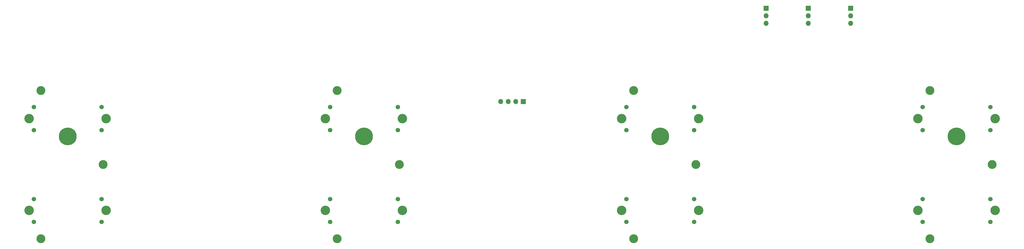
<source format=gbr>
%TF.GenerationSoftware,KiCad,Pcbnew,8.0.8*%
%TF.CreationDate,2025-02-14T17:31:39-08:00*%
%TF.ProjectId,ClockProject,436c6f63-6b50-4726-9f6a-6563742e6b69,rev?*%
%TF.SameCoordinates,Original*%
%TF.FileFunction,Soldermask,Top*%
%TF.FilePolarity,Negative*%
%FSLAX46Y46*%
G04 Gerber Fmt 4.6, Leading zero omitted, Abs format (unit mm)*
G04 Created by KiCad (PCBNEW 8.0.8) date 2025-02-14 17:31:39*
%MOMM*%
%LPD*%
G01*
G04 APERTURE LIST*
%ADD10R,1.700000X1.700000*%
%ADD11O,1.700000X1.700000*%
%ADD12C,2.999740*%
%ADD13C,3.200000*%
%ADD14C,5.999987*%
%ADD15C,1.511200*%
G04 APERTURE END LIST*
D10*
%TO.C,J11*%
X384906940Y-137342650D03*
D11*
X384906940Y-139882650D03*
X384906940Y-142422650D03*
%TD*%
D10*
%TO.C,J9*%
X288656940Y-168842650D03*
D11*
X286116940Y-168842650D03*
X283576940Y-168842650D03*
X281036940Y-168842650D03*
%TD*%
D12*
%TO.C,M3*%
X325906865Y-165093572D03*
D13*
X347906940Y-174593332D03*
X321906940Y-174593332D03*
D14*
X334906940Y-180592650D03*
D12*
X346907840Y-190094791D03*
D13*
X347906940Y-205593332D03*
X321906940Y-205593332D03*
D12*
X325906865Y-215093472D03*
D15*
X346336340Y-170714591D03*
X346336340Y-178474291D03*
X323476340Y-178474291D03*
X323476340Y-170714591D03*
X323476340Y-209472450D03*
X323476340Y-201712750D03*
X346336340Y-201712750D03*
X346336340Y-209472450D03*
%TD*%
D12*
%TO.C,M2*%
X225906865Y-165093572D03*
D13*
X247906940Y-174593332D03*
X221906940Y-174593332D03*
D14*
X234906940Y-180592650D03*
D12*
X246907840Y-190094791D03*
D13*
X247906940Y-205593332D03*
X221906940Y-205593332D03*
D12*
X225906865Y-215093472D03*
D15*
X246336340Y-170714591D03*
X246336340Y-178474291D03*
X223476340Y-178474291D03*
X223476340Y-170714591D03*
X223476340Y-209472450D03*
X223476340Y-201712750D03*
X246336340Y-201712750D03*
X246336340Y-209472450D03*
%TD*%
D12*
%TO.C,M4*%
X425906865Y-165093572D03*
D13*
X447906940Y-174593332D03*
X421906940Y-174593332D03*
D14*
X434906940Y-180592650D03*
D12*
X446907840Y-190094791D03*
D13*
X447906940Y-205593332D03*
X421906940Y-205593332D03*
D12*
X425906865Y-215093472D03*
D15*
X446336340Y-170714591D03*
X446336340Y-178474291D03*
X423476340Y-178474291D03*
X423476340Y-170714591D03*
X423476340Y-209472450D03*
X423476340Y-201712750D03*
X446336340Y-201712750D03*
X446336340Y-209472450D03*
%TD*%
D10*
%TO.C,J10*%
X399156940Y-137342650D03*
D11*
X399156940Y-139882650D03*
X399156940Y-142422650D03*
%TD*%
D12*
%TO.C,M1*%
X125906865Y-165093572D03*
D13*
X147906940Y-174593332D03*
X121906940Y-174593332D03*
D14*
X134906940Y-180592650D03*
D12*
X146907840Y-190094791D03*
D13*
X147906940Y-205593332D03*
X121906940Y-205593332D03*
D12*
X125906865Y-215093472D03*
D15*
X146336340Y-170714591D03*
X146336340Y-178474291D03*
X123476340Y-178474291D03*
X123476340Y-170714591D03*
X123476340Y-209472450D03*
X123476340Y-201712750D03*
X146336340Y-201712750D03*
X146336340Y-209472450D03*
%TD*%
D10*
%TO.C,J13*%
X370656940Y-137342650D03*
D11*
X370656940Y-139882650D03*
X370656940Y-142422650D03*
%TD*%
M02*

</source>
